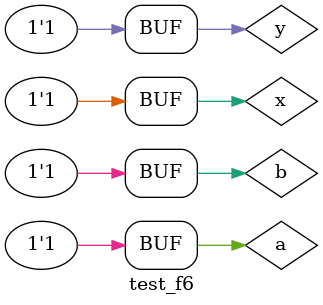
<source format=v>
/*
 Guia_0501.v
 810862 - Vitor Lucio de Oliveira
*/

module f6 (output s, input a, input b);
  // Definir dados locais
  wire not_a, not_b;

  // Descrever por portas NOR
  nor NOR1 (not_a, a, a);
  nor NOR2 (not_b, b, b);
  nor NOR3 (s, not_a, not_b);
  
endmodule // f6

module test_f6;
  // Definir dados
  reg x;
  reg y;
  wire a, b;
  wire s;

  // Instanciar o módulo
  f6 modulo (s, x, y);

  // Parte principal
  initial begin : main
    $display("Guia_0501 - Vitor Lucio de Oliveira - 810862");
    $display("Test module");
    $display(" x y a b s");
    
    // Projetar testes do módulo
    $monitor("%4b %4b %4b %4b %4b", x, y, a, b, s);
    
    // Teste 1: a = 0, b = 0
    x = 1'b0; y = 1'b0;
    #1 a = 1'b0; b = 1'b0;
    
    // Teste 2: a = 0, b = 1
    x = 1'b0; y = 1'b1;
    #1 a = 1'b0; b = 1'b1;
    
    // Teste 3: a = 1, b = 0
    x = 1'b1; y = 1'b0;
    #1 a = 1'b1; b = 1'b0;
    
    // Teste 4: a = 1, b = 1
    x = 1'b1; y = 1'b1;
    #1 a = 1'b1; b = 1'b1;
  end
endmodule // test_f6

</source>
